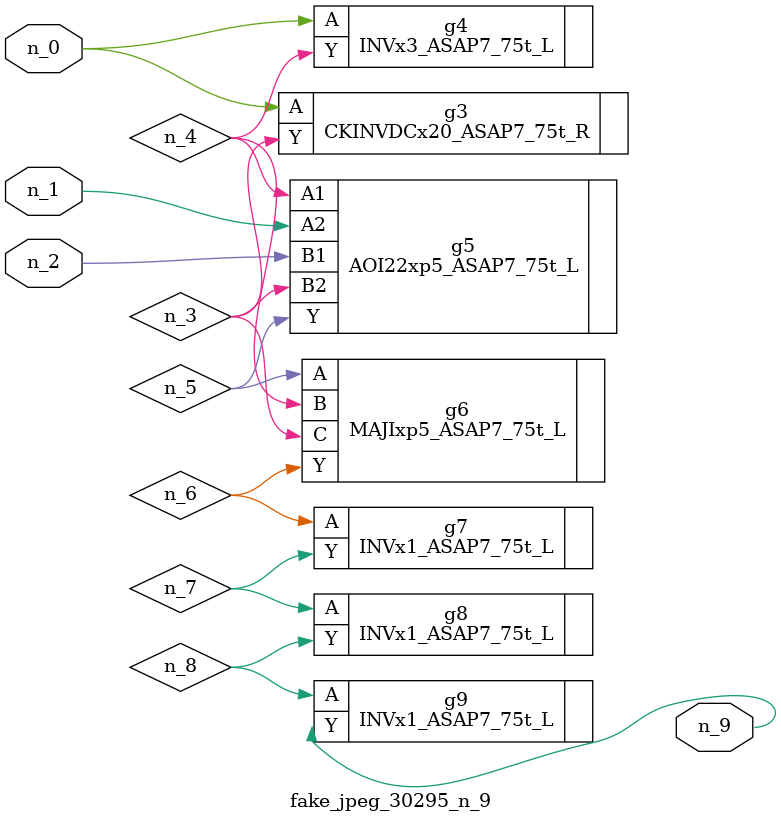
<source format=v>
module fake_jpeg_30295_n_9 (n_0, n_2, n_1, n_9);

input n_0;
input n_2;
input n_1;

output n_9;

wire n_3;
wire n_4;
wire n_8;
wire n_6;
wire n_5;
wire n_7;

CKINVDCx20_ASAP7_75t_R g3 ( 
.A(n_0),
.Y(n_3)
);

INVx3_ASAP7_75t_L g4 ( 
.A(n_0),
.Y(n_4)
);

AOI22xp5_ASAP7_75t_L g5 ( 
.A1(n_4),
.A2(n_1),
.B1(n_2),
.B2(n_3),
.Y(n_5)
);

MAJIxp5_ASAP7_75t_L g6 ( 
.A(n_5),
.B(n_4),
.C(n_3),
.Y(n_6)
);

INVx1_ASAP7_75t_L g7 ( 
.A(n_6),
.Y(n_7)
);

INVx1_ASAP7_75t_L g8 ( 
.A(n_7),
.Y(n_8)
);

INVx1_ASAP7_75t_L g9 ( 
.A(n_8),
.Y(n_9)
);


endmodule
</source>
